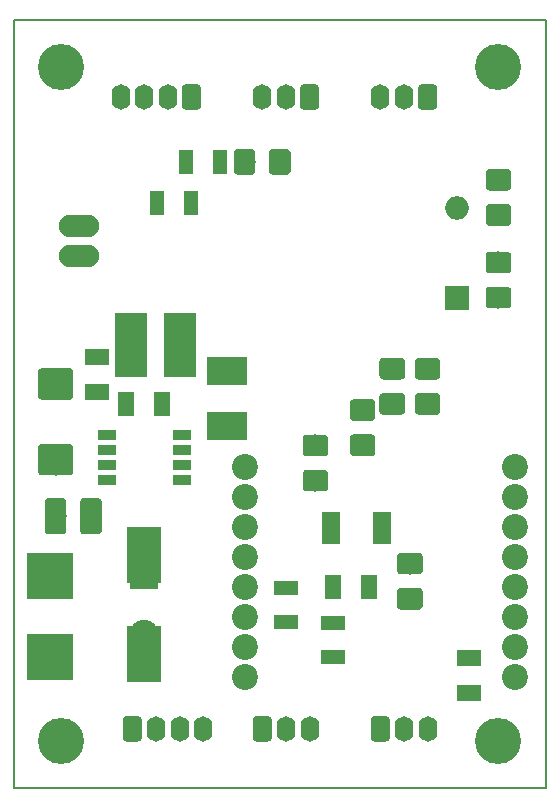
<source format=gbr>
%TF.GenerationSoftware,KiCad,Pcbnew,5.1.1*%
%TF.CreationDate,2019-04-24T12:59:08+01:00*%
%TF.ProjectId,ESP8266_home_battery_controller,45535038-3236-4365-9f68-6f6d655f6261,0.6*%
%TF.SameCoordinates,Original*%
%TF.FileFunction,Soldermask,Top*%
%TF.FilePolarity,Negative*%
%FSLAX46Y46*%
G04 Gerber Fmt 4.6, Leading zero omitted, Abs format (unit mm)*
G04 Created by KiCad (PCBNEW 5.1.1) date 2019-04-24 12:59:08*
%MOMM*%
%LPD*%
G04 APERTURE LIST*
%ADD10C,0.150000*%
%ADD11O,1.600000X2.150000*%
%ADD12C,0.100000*%
%ADD13C,1.600000*%
%ADD14R,2.000000X1.400000*%
%ADD15R,2.750000X5.500000*%
%ADD16C,2.200000*%
%ADD17C,3.900000*%
%ADD18R,1.500000X0.650000*%
%ADD19R,2.100000X1.300000*%
%ADD20R,3.900000X3.900000*%
%ADD21O,3.410000X1.910000*%
%ADD22R,1.543000X0.908000*%
%ADD23R,1.400000X2.000000*%
%ADD24R,3.400000X2.400000*%
%ADD25R,1.300000X2.100000*%
%ADD26C,1.825000*%
%ADD27C,2.650000*%
%ADD28R,2.900000X4.800000*%
%ADD29C,2.400000*%
%ADD30R,2.400000X2.400000*%
%ADD31R,2.000000X2.000000*%
%ADD32O,2.000000X2.000000*%
G04 APERTURE END LIST*
D10*
X150000000Y-55000000D02*
X195000000Y-55000000D01*
X150000000Y-120000000D02*
X150000000Y-55000000D01*
X195000000Y-120000000D02*
X150000000Y-120000000D01*
X195000000Y-55000000D02*
X195000000Y-120000000D01*
D11*
X171000000Y-61500000D03*
X173000000Y-61500000D03*
D12*
G36*
X175499340Y-60426605D02*
G01*
X175531698Y-60431405D01*
X175563429Y-60439353D01*
X175594229Y-60450373D01*
X175623800Y-60464359D01*
X175651857Y-60481177D01*
X175678132Y-60500663D01*
X175702369Y-60522631D01*
X175724337Y-60546868D01*
X175743823Y-60573143D01*
X175760641Y-60601200D01*
X175774627Y-60630771D01*
X175785647Y-60661571D01*
X175793595Y-60693302D01*
X175798395Y-60725660D01*
X175800000Y-60758332D01*
X175800000Y-62241668D01*
X175798395Y-62274340D01*
X175793595Y-62306698D01*
X175785647Y-62338429D01*
X175774627Y-62369229D01*
X175760641Y-62398800D01*
X175743823Y-62426857D01*
X175724337Y-62453132D01*
X175702369Y-62477369D01*
X175678132Y-62499337D01*
X175651857Y-62518823D01*
X175623800Y-62535641D01*
X175594229Y-62549627D01*
X175563429Y-62560647D01*
X175531698Y-62568595D01*
X175499340Y-62573395D01*
X175466668Y-62575000D01*
X174533332Y-62575000D01*
X174500660Y-62573395D01*
X174468302Y-62568595D01*
X174436571Y-62560647D01*
X174405771Y-62549627D01*
X174376200Y-62535641D01*
X174348143Y-62518823D01*
X174321868Y-62499337D01*
X174297631Y-62477369D01*
X174275663Y-62453132D01*
X174256177Y-62426857D01*
X174239359Y-62398800D01*
X174225373Y-62369229D01*
X174214353Y-62338429D01*
X174206405Y-62306698D01*
X174201605Y-62274340D01*
X174200000Y-62241668D01*
X174200000Y-60758332D01*
X174201605Y-60725660D01*
X174206405Y-60693302D01*
X174214353Y-60661571D01*
X174225373Y-60630771D01*
X174239359Y-60601200D01*
X174256177Y-60573143D01*
X174275663Y-60546868D01*
X174297631Y-60522631D01*
X174321868Y-60500663D01*
X174348143Y-60481177D01*
X174376200Y-60464359D01*
X174405771Y-60450373D01*
X174436571Y-60439353D01*
X174468302Y-60431405D01*
X174500660Y-60426605D01*
X174533332Y-60425000D01*
X175466668Y-60425000D01*
X175499340Y-60426605D01*
X175499340Y-60426605D01*
G37*
D13*
X175000000Y-61500000D03*
D14*
X157000000Y-86500000D03*
X157000000Y-83500000D03*
D15*
X159925000Y-82500000D03*
X164075000Y-82500000D03*
D16*
X169570000Y-92840000D03*
X169570000Y-95380000D03*
X169570000Y-97920000D03*
X169570000Y-100460000D03*
X169570000Y-103000000D03*
X169570000Y-105540000D03*
X169570000Y-108080000D03*
X169570000Y-110620000D03*
X192430000Y-110620000D03*
X192430000Y-108080000D03*
X192430000Y-105540000D03*
X192430000Y-103000000D03*
X192430000Y-100460000D03*
X192430000Y-97920000D03*
X192430000Y-95380000D03*
X192430000Y-92840000D03*
D17*
X191000000Y-116000000D03*
D18*
X181150000Y-97000000D03*
X181150000Y-97500000D03*
X181150000Y-98000000D03*
X181150000Y-98500000D03*
X181150000Y-99000000D03*
X176850000Y-99000000D03*
X176850000Y-98500000D03*
X176850000Y-98000000D03*
X176850000Y-97500000D03*
X176850000Y-97000000D03*
D19*
X177000000Y-106050000D03*
X177000000Y-108950000D03*
X173000000Y-105950000D03*
X173000000Y-103050000D03*
D20*
X153000000Y-108900000D03*
X153000000Y-102100000D03*
D21*
X155500000Y-75000000D03*
X155500000Y-72460000D03*
D22*
X164175000Y-90095000D03*
X164175000Y-91365000D03*
X164175000Y-92635000D03*
X164175000Y-93905000D03*
X157825000Y-93905000D03*
X157825000Y-92635000D03*
X157825000Y-91365000D03*
X157825000Y-90095000D03*
D23*
X159500000Y-87500000D03*
X162500000Y-87500000D03*
D24*
X168000000Y-84675000D03*
X168000000Y-89325000D03*
D25*
X167450000Y-67000000D03*
X164550000Y-67000000D03*
X164950000Y-70500000D03*
X162050000Y-70500000D03*
D14*
X188500000Y-112000000D03*
X188500000Y-109000000D03*
D23*
X177000000Y-103000000D03*
X180000000Y-103000000D03*
D17*
X154000000Y-59000000D03*
X191000000Y-59000000D03*
X154000000Y-116000000D03*
D12*
G36*
X184286207Y-100101542D02*
G01*
X184317287Y-100106152D01*
X184347766Y-100113787D01*
X184377350Y-100124372D01*
X184405754Y-100137806D01*
X184432704Y-100153959D01*
X184457942Y-100172677D01*
X184481223Y-100193777D01*
X184502323Y-100217058D01*
X184521041Y-100242296D01*
X184537194Y-100269246D01*
X184550628Y-100297650D01*
X184561213Y-100327234D01*
X184568848Y-100357713D01*
X184573458Y-100388793D01*
X184575000Y-100420176D01*
X184575000Y-101604824D01*
X184573458Y-101636207D01*
X184568848Y-101667287D01*
X184561213Y-101697766D01*
X184550628Y-101727350D01*
X184537194Y-101755754D01*
X184521041Y-101782704D01*
X184502323Y-101807942D01*
X184481223Y-101831223D01*
X184457942Y-101852323D01*
X184432704Y-101871041D01*
X184405754Y-101887194D01*
X184377350Y-101900628D01*
X184347766Y-101911213D01*
X184317287Y-101918848D01*
X184286207Y-101923458D01*
X184254824Y-101925000D01*
X182745176Y-101925000D01*
X182713793Y-101923458D01*
X182682713Y-101918848D01*
X182652234Y-101911213D01*
X182622650Y-101900628D01*
X182594246Y-101887194D01*
X182567296Y-101871041D01*
X182542058Y-101852323D01*
X182518777Y-101831223D01*
X182497677Y-101807942D01*
X182478959Y-101782704D01*
X182462806Y-101755754D01*
X182449372Y-101727350D01*
X182438787Y-101697766D01*
X182431152Y-101667287D01*
X182426542Y-101636207D01*
X182425000Y-101604824D01*
X182425000Y-100420176D01*
X182426542Y-100388793D01*
X182431152Y-100357713D01*
X182438787Y-100327234D01*
X182449372Y-100297650D01*
X182462806Y-100269246D01*
X182478959Y-100242296D01*
X182497677Y-100217058D01*
X182518777Y-100193777D01*
X182542058Y-100172677D01*
X182567296Y-100153959D01*
X182594246Y-100137806D01*
X182622650Y-100124372D01*
X182652234Y-100113787D01*
X182682713Y-100106152D01*
X182713793Y-100101542D01*
X182745176Y-100100000D01*
X184254824Y-100100000D01*
X184286207Y-100101542D01*
X184286207Y-100101542D01*
G37*
D26*
X183500000Y-101012500D03*
D12*
G36*
X184286207Y-103076542D02*
G01*
X184317287Y-103081152D01*
X184347766Y-103088787D01*
X184377350Y-103099372D01*
X184405754Y-103112806D01*
X184432704Y-103128959D01*
X184457942Y-103147677D01*
X184481223Y-103168777D01*
X184502323Y-103192058D01*
X184521041Y-103217296D01*
X184537194Y-103244246D01*
X184550628Y-103272650D01*
X184561213Y-103302234D01*
X184568848Y-103332713D01*
X184573458Y-103363793D01*
X184575000Y-103395176D01*
X184575000Y-104579824D01*
X184573458Y-104611207D01*
X184568848Y-104642287D01*
X184561213Y-104672766D01*
X184550628Y-104702350D01*
X184537194Y-104730754D01*
X184521041Y-104757704D01*
X184502323Y-104782942D01*
X184481223Y-104806223D01*
X184457942Y-104827323D01*
X184432704Y-104846041D01*
X184405754Y-104862194D01*
X184377350Y-104875628D01*
X184347766Y-104886213D01*
X184317287Y-104893848D01*
X184286207Y-104898458D01*
X184254824Y-104900000D01*
X182745176Y-104900000D01*
X182713793Y-104898458D01*
X182682713Y-104893848D01*
X182652234Y-104886213D01*
X182622650Y-104875628D01*
X182594246Y-104862194D01*
X182567296Y-104846041D01*
X182542058Y-104827323D01*
X182518777Y-104806223D01*
X182497677Y-104782942D01*
X182478959Y-104757704D01*
X182462806Y-104730754D01*
X182449372Y-104702350D01*
X182438787Y-104672766D01*
X182431152Y-104642287D01*
X182426542Y-104611207D01*
X182425000Y-104579824D01*
X182425000Y-103395176D01*
X182426542Y-103363793D01*
X182431152Y-103332713D01*
X182438787Y-103302234D01*
X182449372Y-103272650D01*
X182462806Y-103244246D01*
X182478959Y-103217296D01*
X182497677Y-103192058D01*
X182518777Y-103168777D01*
X182542058Y-103147677D01*
X182567296Y-103128959D01*
X182594246Y-103112806D01*
X182622650Y-103099372D01*
X182652234Y-103088787D01*
X182682713Y-103081152D01*
X182713793Y-103076542D01*
X182745176Y-103075000D01*
X184254824Y-103075000D01*
X184286207Y-103076542D01*
X184286207Y-103076542D01*
G37*
D26*
X183500000Y-103987500D03*
D12*
G36*
X182786207Y-86576542D02*
G01*
X182817287Y-86581152D01*
X182847766Y-86588787D01*
X182877350Y-86599372D01*
X182905754Y-86612806D01*
X182932704Y-86628959D01*
X182957942Y-86647677D01*
X182981223Y-86668777D01*
X183002323Y-86692058D01*
X183021041Y-86717296D01*
X183037194Y-86744246D01*
X183050628Y-86772650D01*
X183061213Y-86802234D01*
X183068848Y-86832713D01*
X183073458Y-86863793D01*
X183075000Y-86895176D01*
X183075000Y-88079824D01*
X183073458Y-88111207D01*
X183068848Y-88142287D01*
X183061213Y-88172766D01*
X183050628Y-88202350D01*
X183037194Y-88230754D01*
X183021041Y-88257704D01*
X183002323Y-88282942D01*
X182981223Y-88306223D01*
X182957942Y-88327323D01*
X182932704Y-88346041D01*
X182905754Y-88362194D01*
X182877350Y-88375628D01*
X182847766Y-88386213D01*
X182817287Y-88393848D01*
X182786207Y-88398458D01*
X182754824Y-88400000D01*
X181245176Y-88400000D01*
X181213793Y-88398458D01*
X181182713Y-88393848D01*
X181152234Y-88386213D01*
X181122650Y-88375628D01*
X181094246Y-88362194D01*
X181067296Y-88346041D01*
X181042058Y-88327323D01*
X181018777Y-88306223D01*
X180997677Y-88282942D01*
X180978959Y-88257704D01*
X180962806Y-88230754D01*
X180949372Y-88202350D01*
X180938787Y-88172766D01*
X180931152Y-88142287D01*
X180926542Y-88111207D01*
X180925000Y-88079824D01*
X180925000Y-86895176D01*
X180926542Y-86863793D01*
X180931152Y-86832713D01*
X180938787Y-86802234D01*
X180949372Y-86772650D01*
X180962806Y-86744246D01*
X180978959Y-86717296D01*
X180997677Y-86692058D01*
X181018777Y-86668777D01*
X181042058Y-86647677D01*
X181067296Y-86628959D01*
X181094246Y-86612806D01*
X181122650Y-86599372D01*
X181152234Y-86588787D01*
X181182713Y-86581152D01*
X181213793Y-86576542D01*
X181245176Y-86575000D01*
X182754824Y-86575000D01*
X182786207Y-86576542D01*
X182786207Y-86576542D01*
G37*
D26*
X182000000Y-87487500D03*
D12*
G36*
X182786207Y-83601542D02*
G01*
X182817287Y-83606152D01*
X182847766Y-83613787D01*
X182877350Y-83624372D01*
X182905754Y-83637806D01*
X182932704Y-83653959D01*
X182957942Y-83672677D01*
X182981223Y-83693777D01*
X183002323Y-83717058D01*
X183021041Y-83742296D01*
X183037194Y-83769246D01*
X183050628Y-83797650D01*
X183061213Y-83827234D01*
X183068848Y-83857713D01*
X183073458Y-83888793D01*
X183075000Y-83920176D01*
X183075000Y-85104824D01*
X183073458Y-85136207D01*
X183068848Y-85167287D01*
X183061213Y-85197766D01*
X183050628Y-85227350D01*
X183037194Y-85255754D01*
X183021041Y-85282704D01*
X183002323Y-85307942D01*
X182981223Y-85331223D01*
X182957942Y-85352323D01*
X182932704Y-85371041D01*
X182905754Y-85387194D01*
X182877350Y-85400628D01*
X182847766Y-85411213D01*
X182817287Y-85418848D01*
X182786207Y-85423458D01*
X182754824Y-85425000D01*
X181245176Y-85425000D01*
X181213793Y-85423458D01*
X181182713Y-85418848D01*
X181152234Y-85411213D01*
X181122650Y-85400628D01*
X181094246Y-85387194D01*
X181067296Y-85371041D01*
X181042058Y-85352323D01*
X181018777Y-85331223D01*
X180997677Y-85307942D01*
X180978959Y-85282704D01*
X180962806Y-85255754D01*
X180949372Y-85227350D01*
X180938787Y-85197766D01*
X180931152Y-85167287D01*
X180926542Y-85136207D01*
X180925000Y-85104824D01*
X180925000Y-83920176D01*
X180926542Y-83888793D01*
X180931152Y-83857713D01*
X180938787Y-83827234D01*
X180949372Y-83797650D01*
X180962806Y-83769246D01*
X180978959Y-83742296D01*
X180997677Y-83717058D01*
X181018777Y-83693777D01*
X181042058Y-83672677D01*
X181067296Y-83653959D01*
X181094246Y-83637806D01*
X181122650Y-83624372D01*
X181152234Y-83613787D01*
X181182713Y-83606152D01*
X181213793Y-83601542D01*
X181245176Y-83600000D01*
X182754824Y-83600000D01*
X182786207Y-83601542D01*
X182786207Y-83601542D01*
G37*
D26*
X182000000Y-84512500D03*
D12*
G36*
X185786207Y-83601542D02*
G01*
X185817287Y-83606152D01*
X185847766Y-83613787D01*
X185877350Y-83624372D01*
X185905754Y-83637806D01*
X185932704Y-83653959D01*
X185957942Y-83672677D01*
X185981223Y-83693777D01*
X186002323Y-83717058D01*
X186021041Y-83742296D01*
X186037194Y-83769246D01*
X186050628Y-83797650D01*
X186061213Y-83827234D01*
X186068848Y-83857713D01*
X186073458Y-83888793D01*
X186075000Y-83920176D01*
X186075000Y-85104824D01*
X186073458Y-85136207D01*
X186068848Y-85167287D01*
X186061213Y-85197766D01*
X186050628Y-85227350D01*
X186037194Y-85255754D01*
X186021041Y-85282704D01*
X186002323Y-85307942D01*
X185981223Y-85331223D01*
X185957942Y-85352323D01*
X185932704Y-85371041D01*
X185905754Y-85387194D01*
X185877350Y-85400628D01*
X185847766Y-85411213D01*
X185817287Y-85418848D01*
X185786207Y-85423458D01*
X185754824Y-85425000D01*
X184245176Y-85425000D01*
X184213793Y-85423458D01*
X184182713Y-85418848D01*
X184152234Y-85411213D01*
X184122650Y-85400628D01*
X184094246Y-85387194D01*
X184067296Y-85371041D01*
X184042058Y-85352323D01*
X184018777Y-85331223D01*
X183997677Y-85307942D01*
X183978959Y-85282704D01*
X183962806Y-85255754D01*
X183949372Y-85227350D01*
X183938787Y-85197766D01*
X183931152Y-85167287D01*
X183926542Y-85136207D01*
X183925000Y-85104824D01*
X183925000Y-83920176D01*
X183926542Y-83888793D01*
X183931152Y-83857713D01*
X183938787Y-83827234D01*
X183949372Y-83797650D01*
X183962806Y-83769246D01*
X183978959Y-83742296D01*
X183997677Y-83717058D01*
X184018777Y-83693777D01*
X184042058Y-83672677D01*
X184067296Y-83653959D01*
X184094246Y-83637806D01*
X184122650Y-83624372D01*
X184152234Y-83613787D01*
X184182713Y-83606152D01*
X184213793Y-83601542D01*
X184245176Y-83600000D01*
X185754824Y-83600000D01*
X185786207Y-83601542D01*
X185786207Y-83601542D01*
G37*
D26*
X185000000Y-84512500D03*
D12*
G36*
X185786207Y-86576542D02*
G01*
X185817287Y-86581152D01*
X185847766Y-86588787D01*
X185877350Y-86599372D01*
X185905754Y-86612806D01*
X185932704Y-86628959D01*
X185957942Y-86647677D01*
X185981223Y-86668777D01*
X186002323Y-86692058D01*
X186021041Y-86717296D01*
X186037194Y-86744246D01*
X186050628Y-86772650D01*
X186061213Y-86802234D01*
X186068848Y-86832713D01*
X186073458Y-86863793D01*
X186075000Y-86895176D01*
X186075000Y-88079824D01*
X186073458Y-88111207D01*
X186068848Y-88142287D01*
X186061213Y-88172766D01*
X186050628Y-88202350D01*
X186037194Y-88230754D01*
X186021041Y-88257704D01*
X186002323Y-88282942D01*
X185981223Y-88306223D01*
X185957942Y-88327323D01*
X185932704Y-88346041D01*
X185905754Y-88362194D01*
X185877350Y-88375628D01*
X185847766Y-88386213D01*
X185817287Y-88393848D01*
X185786207Y-88398458D01*
X185754824Y-88400000D01*
X184245176Y-88400000D01*
X184213793Y-88398458D01*
X184182713Y-88393848D01*
X184152234Y-88386213D01*
X184122650Y-88375628D01*
X184094246Y-88362194D01*
X184067296Y-88346041D01*
X184042058Y-88327323D01*
X184018777Y-88306223D01*
X183997677Y-88282942D01*
X183978959Y-88257704D01*
X183962806Y-88230754D01*
X183949372Y-88202350D01*
X183938787Y-88172766D01*
X183931152Y-88142287D01*
X183926542Y-88111207D01*
X183925000Y-88079824D01*
X183925000Y-86895176D01*
X183926542Y-86863793D01*
X183931152Y-86832713D01*
X183938787Y-86802234D01*
X183949372Y-86772650D01*
X183962806Y-86744246D01*
X183978959Y-86717296D01*
X183997677Y-86692058D01*
X184018777Y-86668777D01*
X184042058Y-86647677D01*
X184067296Y-86628959D01*
X184094246Y-86612806D01*
X184122650Y-86599372D01*
X184152234Y-86588787D01*
X184182713Y-86581152D01*
X184213793Y-86576542D01*
X184245176Y-86575000D01*
X185754824Y-86575000D01*
X185786207Y-86576542D01*
X185786207Y-86576542D01*
G37*
D26*
X185000000Y-87487500D03*
D12*
G36*
X191786207Y-67601542D02*
G01*
X191817287Y-67606152D01*
X191847766Y-67613787D01*
X191877350Y-67624372D01*
X191905754Y-67637806D01*
X191932704Y-67653959D01*
X191957942Y-67672677D01*
X191981223Y-67693777D01*
X192002323Y-67717058D01*
X192021041Y-67742296D01*
X192037194Y-67769246D01*
X192050628Y-67797650D01*
X192061213Y-67827234D01*
X192068848Y-67857713D01*
X192073458Y-67888793D01*
X192075000Y-67920176D01*
X192075000Y-69104824D01*
X192073458Y-69136207D01*
X192068848Y-69167287D01*
X192061213Y-69197766D01*
X192050628Y-69227350D01*
X192037194Y-69255754D01*
X192021041Y-69282704D01*
X192002323Y-69307942D01*
X191981223Y-69331223D01*
X191957942Y-69352323D01*
X191932704Y-69371041D01*
X191905754Y-69387194D01*
X191877350Y-69400628D01*
X191847766Y-69411213D01*
X191817287Y-69418848D01*
X191786207Y-69423458D01*
X191754824Y-69425000D01*
X190245176Y-69425000D01*
X190213793Y-69423458D01*
X190182713Y-69418848D01*
X190152234Y-69411213D01*
X190122650Y-69400628D01*
X190094246Y-69387194D01*
X190067296Y-69371041D01*
X190042058Y-69352323D01*
X190018777Y-69331223D01*
X189997677Y-69307942D01*
X189978959Y-69282704D01*
X189962806Y-69255754D01*
X189949372Y-69227350D01*
X189938787Y-69197766D01*
X189931152Y-69167287D01*
X189926542Y-69136207D01*
X189925000Y-69104824D01*
X189925000Y-67920176D01*
X189926542Y-67888793D01*
X189931152Y-67857713D01*
X189938787Y-67827234D01*
X189949372Y-67797650D01*
X189962806Y-67769246D01*
X189978959Y-67742296D01*
X189997677Y-67717058D01*
X190018777Y-67693777D01*
X190042058Y-67672677D01*
X190067296Y-67653959D01*
X190094246Y-67637806D01*
X190122650Y-67624372D01*
X190152234Y-67613787D01*
X190182713Y-67606152D01*
X190213793Y-67601542D01*
X190245176Y-67600000D01*
X191754824Y-67600000D01*
X191786207Y-67601542D01*
X191786207Y-67601542D01*
G37*
D26*
X191000000Y-68512500D03*
D12*
G36*
X191786207Y-70576542D02*
G01*
X191817287Y-70581152D01*
X191847766Y-70588787D01*
X191877350Y-70599372D01*
X191905754Y-70612806D01*
X191932704Y-70628959D01*
X191957942Y-70647677D01*
X191981223Y-70668777D01*
X192002323Y-70692058D01*
X192021041Y-70717296D01*
X192037194Y-70744246D01*
X192050628Y-70772650D01*
X192061213Y-70802234D01*
X192068848Y-70832713D01*
X192073458Y-70863793D01*
X192075000Y-70895176D01*
X192075000Y-72079824D01*
X192073458Y-72111207D01*
X192068848Y-72142287D01*
X192061213Y-72172766D01*
X192050628Y-72202350D01*
X192037194Y-72230754D01*
X192021041Y-72257704D01*
X192002323Y-72282942D01*
X191981223Y-72306223D01*
X191957942Y-72327323D01*
X191932704Y-72346041D01*
X191905754Y-72362194D01*
X191877350Y-72375628D01*
X191847766Y-72386213D01*
X191817287Y-72393848D01*
X191786207Y-72398458D01*
X191754824Y-72400000D01*
X190245176Y-72400000D01*
X190213793Y-72398458D01*
X190182713Y-72393848D01*
X190152234Y-72386213D01*
X190122650Y-72375628D01*
X190094246Y-72362194D01*
X190067296Y-72346041D01*
X190042058Y-72327323D01*
X190018777Y-72306223D01*
X189997677Y-72282942D01*
X189978959Y-72257704D01*
X189962806Y-72230754D01*
X189949372Y-72202350D01*
X189938787Y-72172766D01*
X189931152Y-72142287D01*
X189926542Y-72111207D01*
X189925000Y-72079824D01*
X189925000Y-70895176D01*
X189926542Y-70863793D01*
X189931152Y-70832713D01*
X189938787Y-70802234D01*
X189949372Y-70772650D01*
X189962806Y-70744246D01*
X189978959Y-70717296D01*
X189997677Y-70692058D01*
X190018777Y-70668777D01*
X190042058Y-70647677D01*
X190067296Y-70628959D01*
X190094246Y-70612806D01*
X190122650Y-70599372D01*
X190152234Y-70588787D01*
X190182713Y-70581152D01*
X190213793Y-70576542D01*
X190245176Y-70575000D01*
X191754824Y-70575000D01*
X191786207Y-70576542D01*
X191786207Y-70576542D01*
G37*
D26*
X191000000Y-71487500D03*
D12*
G36*
X191786207Y-77576542D02*
G01*
X191817287Y-77581152D01*
X191847766Y-77588787D01*
X191877350Y-77599372D01*
X191905754Y-77612806D01*
X191932704Y-77628959D01*
X191957942Y-77647677D01*
X191981223Y-77668777D01*
X192002323Y-77692058D01*
X192021041Y-77717296D01*
X192037194Y-77744246D01*
X192050628Y-77772650D01*
X192061213Y-77802234D01*
X192068848Y-77832713D01*
X192073458Y-77863793D01*
X192075000Y-77895176D01*
X192075000Y-79079824D01*
X192073458Y-79111207D01*
X192068848Y-79142287D01*
X192061213Y-79172766D01*
X192050628Y-79202350D01*
X192037194Y-79230754D01*
X192021041Y-79257704D01*
X192002323Y-79282942D01*
X191981223Y-79306223D01*
X191957942Y-79327323D01*
X191932704Y-79346041D01*
X191905754Y-79362194D01*
X191877350Y-79375628D01*
X191847766Y-79386213D01*
X191817287Y-79393848D01*
X191786207Y-79398458D01*
X191754824Y-79400000D01*
X190245176Y-79400000D01*
X190213793Y-79398458D01*
X190182713Y-79393848D01*
X190152234Y-79386213D01*
X190122650Y-79375628D01*
X190094246Y-79362194D01*
X190067296Y-79346041D01*
X190042058Y-79327323D01*
X190018777Y-79306223D01*
X189997677Y-79282942D01*
X189978959Y-79257704D01*
X189962806Y-79230754D01*
X189949372Y-79202350D01*
X189938787Y-79172766D01*
X189931152Y-79142287D01*
X189926542Y-79111207D01*
X189925000Y-79079824D01*
X189925000Y-77895176D01*
X189926542Y-77863793D01*
X189931152Y-77832713D01*
X189938787Y-77802234D01*
X189949372Y-77772650D01*
X189962806Y-77744246D01*
X189978959Y-77717296D01*
X189997677Y-77692058D01*
X190018777Y-77668777D01*
X190042058Y-77647677D01*
X190067296Y-77628959D01*
X190094246Y-77612806D01*
X190122650Y-77599372D01*
X190152234Y-77588787D01*
X190182713Y-77581152D01*
X190213793Y-77576542D01*
X190245176Y-77575000D01*
X191754824Y-77575000D01*
X191786207Y-77576542D01*
X191786207Y-77576542D01*
G37*
D26*
X191000000Y-78487500D03*
D12*
G36*
X191786207Y-74601542D02*
G01*
X191817287Y-74606152D01*
X191847766Y-74613787D01*
X191877350Y-74624372D01*
X191905754Y-74637806D01*
X191932704Y-74653959D01*
X191957942Y-74672677D01*
X191981223Y-74693777D01*
X192002323Y-74717058D01*
X192021041Y-74742296D01*
X192037194Y-74769246D01*
X192050628Y-74797650D01*
X192061213Y-74827234D01*
X192068848Y-74857713D01*
X192073458Y-74888793D01*
X192075000Y-74920176D01*
X192075000Y-76104824D01*
X192073458Y-76136207D01*
X192068848Y-76167287D01*
X192061213Y-76197766D01*
X192050628Y-76227350D01*
X192037194Y-76255754D01*
X192021041Y-76282704D01*
X192002323Y-76307942D01*
X191981223Y-76331223D01*
X191957942Y-76352323D01*
X191932704Y-76371041D01*
X191905754Y-76387194D01*
X191877350Y-76400628D01*
X191847766Y-76411213D01*
X191817287Y-76418848D01*
X191786207Y-76423458D01*
X191754824Y-76425000D01*
X190245176Y-76425000D01*
X190213793Y-76423458D01*
X190182713Y-76418848D01*
X190152234Y-76411213D01*
X190122650Y-76400628D01*
X190094246Y-76387194D01*
X190067296Y-76371041D01*
X190042058Y-76352323D01*
X190018777Y-76331223D01*
X189997677Y-76307942D01*
X189978959Y-76282704D01*
X189962806Y-76255754D01*
X189949372Y-76227350D01*
X189938787Y-76197766D01*
X189931152Y-76167287D01*
X189926542Y-76136207D01*
X189925000Y-76104824D01*
X189925000Y-74920176D01*
X189926542Y-74888793D01*
X189931152Y-74857713D01*
X189938787Y-74827234D01*
X189949372Y-74797650D01*
X189962806Y-74769246D01*
X189978959Y-74742296D01*
X189997677Y-74717058D01*
X190018777Y-74693777D01*
X190042058Y-74672677D01*
X190067296Y-74653959D01*
X190094246Y-74637806D01*
X190122650Y-74624372D01*
X190152234Y-74613787D01*
X190182713Y-74606152D01*
X190213793Y-74601542D01*
X190245176Y-74600000D01*
X191754824Y-74600000D01*
X191786207Y-74601542D01*
X191786207Y-74601542D01*
G37*
D26*
X191000000Y-75512500D03*
D12*
G36*
X154709417Y-84476418D02*
G01*
X154737999Y-84480658D01*
X154766029Y-84487679D01*
X154793235Y-84497413D01*
X154819356Y-84509768D01*
X154844140Y-84524623D01*
X154867349Y-84541836D01*
X154888759Y-84561241D01*
X154908164Y-84582651D01*
X154925377Y-84605860D01*
X154940232Y-84630644D01*
X154952587Y-84656765D01*
X154962321Y-84683971D01*
X154969342Y-84712001D01*
X154973582Y-84740583D01*
X154975000Y-84769444D01*
X154975000Y-86830556D01*
X154973582Y-86859417D01*
X154969342Y-86887999D01*
X154962321Y-86916029D01*
X154952587Y-86943235D01*
X154940232Y-86969356D01*
X154925377Y-86994140D01*
X154908164Y-87017349D01*
X154888759Y-87038759D01*
X154867349Y-87058164D01*
X154844140Y-87075377D01*
X154819356Y-87090232D01*
X154793235Y-87102587D01*
X154766029Y-87112321D01*
X154737999Y-87119342D01*
X154709417Y-87123582D01*
X154680556Y-87125000D01*
X152319444Y-87125000D01*
X152290583Y-87123582D01*
X152262001Y-87119342D01*
X152233971Y-87112321D01*
X152206765Y-87102587D01*
X152180644Y-87090232D01*
X152155860Y-87075377D01*
X152132651Y-87058164D01*
X152111241Y-87038759D01*
X152091836Y-87017349D01*
X152074623Y-86994140D01*
X152059768Y-86969356D01*
X152047413Y-86943235D01*
X152037679Y-86916029D01*
X152030658Y-86887999D01*
X152026418Y-86859417D01*
X152025000Y-86830556D01*
X152025000Y-84769444D01*
X152026418Y-84740583D01*
X152030658Y-84712001D01*
X152037679Y-84683971D01*
X152047413Y-84656765D01*
X152059768Y-84630644D01*
X152074623Y-84605860D01*
X152091836Y-84582651D01*
X152111241Y-84561241D01*
X152132651Y-84541836D01*
X152155860Y-84524623D01*
X152180644Y-84509768D01*
X152206765Y-84497413D01*
X152233971Y-84487679D01*
X152262001Y-84480658D01*
X152290583Y-84476418D01*
X152319444Y-84475000D01*
X154680556Y-84475000D01*
X154709417Y-84476418D01*
X154709417Y-84476418D01*
G37*
D27*
X153500000Y-85800000D03*
D12*
G36*
X154709417Y-90876418D02*
G01*
X154737999Y-90880658D01*
X154766029Y-90887679D01*
X154793235Y-90897413D01*
X154819356Y-90909768D01*
X154844140Y-90924623D01*
X154867349Y-90941836D01*
X154888759Y-90961241D01*
X154908164Y-90982651D01*
X154925377Y-91005860D01*
X154940232Y-91030644D01*
X154952587Y-91056765D01*
X154962321Y-91083971D01*
X154969342Y-91112001D01*
X154973582Y-91140583D01*
X154975000Y-91169444D01*
X154975000Y-93230556D01*
X154973582Y-93259417D01*
X154969342Y-93287999D01*
X154962321Y-93316029D01*
X154952587Y-93343235D01*
X154940232Y-93369356D01*
X154925377Y-93394140D01*
X154908164Y-93417349D01*
X154888759Y-93438759D01*
X154867349Y-93458164D01*
X154844140Y-93475377D01*
X154819356Y-93490232D01*
X154793235Y-93502587D01*
X154766029Y-93512321D01*
X154737999Y-93519342D01*
X154709417Y-93523582D01*
X154680556Y-93525000D01*
X152319444Y-93525000D01*
X152290583Y-93523582D01*
X152262001Y-93519342D01*
X152233971Y-93512321D01*
X152206765Y-93502587D01*
X152180644Y-93490232D01*
X152155860Y-93475377D01*
X152132651Y-93458164D01*
X152111241Y-93438759D01*
X152091836Y-93417349D01*
X152074623Y-93394140D01*
X152059768Y-93369356D01*
X152047413Y-93343235D01*
X152037679Y-93316029D01*
X152030658Y-93287999D01*
X152026418Y-93259417D01*
X152025000Y-93230556D01*
X152025000Y-91169444D01*
X152026418Y-91140583D01*
X152030658Y-91112001D01*
X152037679Y-91083971D01*
X152047413Y-91056765D01*
X152059768Y-91030644D01*
X152074623Y-91005860D01*
X152091836Y-90982651D01*
X152111241Y-90961241D01*
X152132651Y-90941836D01*
X152155860Y-90924623D01*
X152180644Y-90909768D01*
X152206765Y-90897413D01*
X152233971Y-90887679D01*
X152262001Y-90880658D01*
X152290583Y-90876418D01*
X152319444Y-90875000D01*
X154680556Y-90875000D01*
X154709417Y-90876418D01*
X154709417Y-90876418D01*
G37*
D27*
X153500000Y-92200000D03*
D12*
G36*
X154136207Y-95476542D02*
G01*
X154167287Y-95481152D01*
X154197766Y-95488787D01*
X154227350Y-95499372D01*
X154255754Y-95512806D01*
X154282704Y-95528959D01*
X154307942Y-95547677D01*
X154331223Y-95568777D01*
X154352323Y-95592058D01*
X154371041Y-95617296D01*
X154387194Y-95644246D01*
X154400628Y-95672650D01*
X154411213Y-95702234D01*
X154418848Y-95732713D01*
X154423458Y-95763793D01*
X154425000Y-95795176D01*
X154425000Y-98204824D01*
X154423458Y-98236207D01*
X154418848Y-98267287D01*
X154411213Y-98297766D01*
X154400628Y-98327350D01*
X154387194Y-98355754D01*
X154371041Y-98382704D01*
X154352323Y-98407942D01*
X154331223Y-98431223D01*
X154307942Y-98452323D01*
X154282704Y-98471041D01*
X154255754Y-98487194D01*
X154227350Y-98500628D01*
X154197766Y-98511213D01*
X154167287Y-98518848D01*
X154136207Y-98523458D01*
X154104824Y-98525000D01*
X152920176Y-98525000D01*
X152888793Y-98523458D01*
X152857713Y-98518848D01*
X152827234Y-98511213D01*
X152797650Y-98500628D01*
X152769246Y-98487194D01*
X152742296Y-98471041D01*
X152717058Y-98452323D01*
X152693777Y-98431223D01*
X152672677Y-98407942D01*
X152653959Y-98382704D01*
X152637806Y-98355754D01*
X152624372Y-98327350D01*
X152613787Y-98297766D01*
X152606152Y-98267287D01*
X152601542Y-98236207D01*
X152600000Y-98204824D01*
X152600000Y-95795176D01*
X152601542Y-95763793D01*
X152606152Y-95732713D01*
X152613787Y-95702234D01*
X152624372Y-95672650D01*
X152637806Y-95644246D01*
X152653959Y-95617296D01*
X152672677Y-95592058D01*
X152693777Y-95568777D01*
X152717058Y-95547677D01*
X152742296Y-95528959D01*
X152769246Y-95512806D01*
X152797650Y-95499372D01*
X152827234Y-95488787D01*
X152857713Y-95481152D01*
X152888793Y-95476542D01*
X152920176Y-95475000D01*
X154104824Y-95475000D01*
X154136207Y-95476542D01*
X154136207Y-95476542D01*
G37*
D26*
X153512500Y-97000000D03*
D12*
G36*
X157111207Y-95476542D02*
G01*
X157142287Y-95481152D01*
X157172766Y-95488787D01*
X157202350Y-95499372D01*
X157230754Y-95512806D01*
X157257704Y-95528959D01*
X157282942Y-95547677D01*
X157306223Y-95568777D01*
X157327323Y-95592058D01*
X157346041Y-95617296D01*
X157362194Y-95644246D01*
X157375628Y-95672650D01*
X157386213Y-95702234D01*
X157393848Y-95732713D01*
X157398458Y-95763793D01*
X157400000Y-95795176D01*
X157400000Y-98204824D01*
X157398458Y-98236207D01*
X157393848Y-98267287D01*
X157386213Y-98297766D01*
X157375628Y-98327350D01*
X157362194Y-98355754D01*
X157346041Y-98382704D01*
X157327323Y-98407942D01*
X157306223Y-98431223D01*
X157282942Y-98452323D01*
X157257704Y-98471041D01*
X157230754Y-98487194D01*
X157202350Y-98500628D01*
X157172766Y-98511213D01*
X157142287Y-98518848D01*
X157111207Y-98523458D01*
X157079824Y-98525000D01*
X155895176Y-98525000D01*
X155863793Y-98523458D01*
X155832713Y-98518848D01*
X155802234Y-98511213D01*
X155772650Y-98500628D01*
X155744246Y-98487194D01*
X155717296Y-98471041D01*
X155692058Y-98452323D01*
X155668777Y-98431223D01*
X155647677Y-98407942D01*
X155628959Y-98382704D01*
X155612806Y-98355754D01*
X155599372Y-98327350D01*
X155588787Y-98297766D01*
X155581152Y-98267287D01*
X155576542Y-98236207D01*
X155575000Y-98204824D01*
X155575000Y-95795176D01*
X155576542Y-95763793D01*
X155581152Y-95732713D01*
X155588787Y-95702234D01*
X155599372Y-95672650D01*
X155612806Y-95644246D01*
X155628959Y-95617296D01*
X155647677Y-95592058D01*
X155668777Y-95568777D01*
X155692058Y-95547677D01*
X155717296Y-95528959D01*
X155744246Y-95512806D01*
X155772650Y-95499372D01*
X155802234Y-95488787D01*
X155832713Y-95481152D01*
X155863793Y-95476542D01*
X155895176Y-95475000D01*
X157079824Y-95475000D01*
X157111207Y-95476542D01*
X157111207Y-95476542D01*
G37*
D26*
X156487500Y-97000000D03*
D28*
X161000000Y-100300000D03*
X161000000Y-108700000D03*
D12*
G36*
X170136207Y-65926542D02*
G01*
X170167287Y-65931152D01*
X170197766Y-65938787D01*
X170227350Y-65949372D01*
X170255754Y-65962806D01*
X170282704Y-65978959D01*
X170307942Y-65997677D01*
X170331223Y-66018777D01*
X170352323Y-66042058D01*
X170371041Y-66067296D01*
X170387194Y-66094246D01*
X170400628Y-66122650D01*
X170411213Y-66152234D01*
X170418848Y-66182713D01*
X170423458Y-66213793D01*
X170425000Y-66245176D01*
X170425000Y-67754824D01*
X170423458Y-67786207D01*
X170418848Y-67817287D01*
X170411213Y-67847766D01*
X170400628Y-67877350D01*
X170387194Y-67905754D01*
X170371041Y-67932704D01*
X170352323Y-67957942D01*
X170331223Y-67981223D01*
X170307942Y-68002323D01*
X170282704Y-68021041D01*
X170255754Y-68037194D01*
X170227350Y-68050628D01*
X170197766Y-68061213D01*
X170167287Y-68068848D01*
X170136207Y-68073458D01*
X170104824Y-68075000D01*
X168920176Y-68075000D01*
X168888793Y-68073458D01*
X168857713Y-68068848D01*
X168827234Y-68061213D01*
X168797650Y-68050628D01*
X168769246Y-68037194D01*
X168742296Y-68021041D01*
X168717058Y-68002323D01*
X168693777Y-67981223D01*
X168672677Y-67957942D01*
X168653959Y-67932704D01*
X168637806Y-67905754D01*
X168624372Y-67877350D01*
X168613787Y-67847766D01*
X168606152Y-67817287D01*
X168601542Y-67786207D01*
X168600000Y-67754824D01*
X168600000Y-66245176D01*
X168601542Y-66213793D01*
X168606152Y-66182713D01*
X168613787Y-66152234D01*
X168624372Y-66122650D01*
X168637806Y-66094246D01*
X168653959Y-66067296D01*
X168672677Y-66042058D01*
X168693777Y-66018777D01*
X168717058Y-65997677D01*
X168742296Y-65978959D01*
X168769246Y-65962806D01*
X168797650Y-65949372D01*
X168827234Y-65938787D01*
X168857713Y-65931152D01*
X168888793Y-65926542D01*
X168920176Y-65925000D01*
X170104824Y-65925000D01*
X170136207Y-65926542D01*
X170136207Y-65926542D01*
G37*
D26*
X169512500Y-67000000D03*
D12*
G36*
X173111207Y-65926542D02*
G01*
X173142287Y-65931152D01*
X173172766Y-65938787D01*
X173202350Y-65949372D01*
X173230754Y-65962806D01*
X173257704Y-65978959D01*
X173282942Y-65997677D01*
X173306223Y-66018777D01*
X173327323Y-66042058D01*
X173346041Y-66067296D01*
X173362194Y-66094246D01*
X173375628Y-66122650D01*
X173386213Y-66152234D01*
X173393848Y-66182713D01*
X173398458Y-66213793D01*
X173400000Y-66245176D01*
X173400000Y-67754824D01*
X173398458Y-67786207D01*
X173393848Y-67817287D01*
X173386213Y-67847766D01*
X173375628Y-67877350D01*
X173362194Y-67905754D01*
X173346041Y-67932704D01*
X173327323Y-67957942D01*
X173306223Y-67981223D01*
X173282942Y-68002323D01*
X173257704Y-68021041D01*
X173230754Y-68037194D01*
X173202350Y-68050628D01*
X173172766Y-68061213D01*
X173142287Y-68068848D01*
X173111207Y-68073458D01*
X173079824Y-68075000D01*
X171895176Y-68075000D01*
X171863793Y-68073458D01*
X171832713Y-68068848D01*
X171802234Y-68061213D01*
X171772650Y-68050628D01*
X171744246Y-68037194D01*
X171717296Y-68021041D01*
X171692058Y-68002323D01*
X171668777Y-67981223D01*
X171647677Y-67957942D01*
X171628959Y-67932704D01*
X171612806Y-67905754D01*
X171599372Y-67877350D01*
X171588787Y-67847766D01*
X171581152Y-67817287D01*
X171576542Y-67786207D01*
X171575000Y-67754824D01*
X171575000Y-66245176D01*
X171576542Y-66213793D01*
X171581152Y-66182713D01*
X171588787Y-66152234D01*
X171599372Y-66122650D01*
X171612806Y-66094246D01*
X171628959Y-66067296D01*
X171647677Y-66042058D01*
X171668777Y-66018777D01*
X171692058Y-65997677D01*
X171717296Y-65978959D01*
X171744246Y-65962806D01*
X171772650Y-65949372D01*
X171802234Y-65938787D01*
X171832713Y-65931152D01*
X171863793Y-65926542D01*
X171895176Y-65925000D01*
X173079824Y-65925000D01*
X173111207Y-65926542D01*
X173111207Y-65926542D01*
G37*
D26*
X172487500Y-67000000D03*
D12*
G36*
X165499340Y-60426605D02*
G01*
X165531698Y-60431405D01*
X165563429Y-60439353D01*
X165594229Y-60450373D01*
X165623800Y-60464359D01*
X165651857Y-60481177D01*
X165678132Y-60500663D01*
X165702369Y-60522631D01*
X165724337Y-60546868D01*
X165743823Y-60573143D01*
X165760641Y-60601200D01*
X165774627Y-60630771D01*
X165785647Y-60661571D01*
X165793595Y-60693302D01*
X165798395Y-60725660D01*
X165800000Y-60758332D01*
X165800000Y-62241668D01*
X165798395Y-62274340D01*
X165793595Y-62306698D01*
X165785647Y-62338429D01*
X165774627Y-62369229D01*
X165760641Y-62398800D01*
X165743823Y-62426857D01*
X165724337Y-62453132D01*
X165702369Y-62477369D01*
X165678132Y-62499337D01*
X165651857Y-62518823D01*
X165623800Y-62535641D01*
X165594229Y-62549627D01*
X165563429Y-62560647D01*
X165531698Y-62568595D01*
X165499340Y-62573395D01*
X165466668Y-62575000D01*
X164533332Y-62575000D01*
X164500660Y-62573395D01*
X164468302Y-62568595D01*
X164436571Y-62560647D01*
X164405771Y-62549627D01*
X164376200Y-62535641D01*
X164348143Y-62518823D01*
X164321868Y-62499337D01*
X164297631Y-62477369D01*
X164275663Y-62453132D01*
X164256177Y-62426857D01*
X164239359Y-62398800D01*
X164225373Y-62369229D01*
X164214353Y-62338429D01*
X164206405Y-62306698D01*
X164201605Y-62274340D01*
X164200000Y-62241668D01*
X164200000Y-60758332D01*
X164201605Y-60725660D01*
X164206405Y-60693302D01*
X164214353Y-60661571D01*
X164225373Y-60630771D01*
X164239359Y-60601200D01*
X164256177Y-60573143D01*
X164275663Y-60546868D01*
X164297631Y-60522631D01*
X164321868Y-60500663D01*
X164348143Y-60481177D01*
X164376200Y-60464359D01*
X164405771Y-60450373D01*
X164436571Y-60439353D01*
X164468302Y-60431405D01*
X164500660Y-60426605D01*
X164533332Y-60425000D01*
X165466668Y-60425000D01*
X165499340Y-60426605D01*
X165499340Y-60426605D01*
G37*
D13*
X165000000Y-61500000D03*
D11*
X163000000Y-61500000D03*
X161000000Y-61500000D03*
X159000000Y-61500000D03*
D12*
G36*
X180286207Y-87101542D02*
G01*
X180317287Y-87106152D01*
X180347766Y-87113787D01*
X180377350Y-87124372D01*
X180405754Y-87137806D01*
X180432704Y-87153959D01*
X180457942Y-87172677D01*
X180481223Y-87193777D01*
X180502323Y-87217058D01*
X180521041Y-87242296D01*
X180537194Y-87269246D01*
X180550628Y-87297650D01*
X180561213Y-87327234D01*
X180568848Y-87357713D01*
X180573458Y-87388793D01*
X180575000Y-87420176D01*
X180575000Y-88604824D01*
X180573458Y-88636207D01*
X180568848Y-88667287D01*
X180561213Y-88697766D01*
X180550628Y-88727350D01*
X180537194Y-88755754D01*
X180521041Y-88782704D01*
X180502323Y-88807942D01*
X180481223Y-88831223D01*
X180457942Y-88852323D01*
X180432704Y-88871041D01*
X180405754Y-88887194D01*
X180377350Y-88900628D01*
X180347766Y-88911213D01*
X180317287Y-88918848D01*
X180286207Y-88923458D01*
X180254824Y-88925000D01*
X178745176Y-88925000D01*
X178713793Y-88923458D01*
X178682713Y-88918848D01*
X178652234Y-88911213D01*
X178622650Y-88900628D01*
X178594246Y-88887194D01*
X178567296Y-88871041D01*
X178542058Y-88852323D01*
X178518777Y-88831223D01*
X178497677Y-88807942D01*
X178478959Y-88782704D01*
X178462806Y-88755754D01*
X178449372Y-88727350D01*
X178438787Y-88697766D01*
X178431152Y-88667287D01*
X178426542Y-88636207D01*
X178425000Y-88604824D01*
X178425000Y-87420176D01*
X178426542Y-87388793D01*
X178431152Y-87357713D01*
X178438787Y-87327234D01*
X178449372Y-87297650D01*
X178462806Y-87269246D01*
X178478959Y-87242296D01*
X178497677Y-87217058D01*
X178518777Y-87193777D01*
X178542058Y-87172677D01*
X178567296Y-87153959D01*
X178594246Y-87137806D01*
X178622650Y-87124372D01*
X178652234Y-87113787D01*
X178682713Y-87106152D01*
X178713793Y-87101542D01*
X178745176Y-87100000D01*
X180254824Y-87100000D01*
X180286207Y-87101542D01*
X180286207Y-87101542D01*
G37*
D26*
X179500000Y-88012500D03*
D12*
G36*
X180286207Y-90076542D02*
G01*
X180317287Y-90081152D01*
X180347766Y-90088787D01*
X180377350Y-90099372D01*
X180405754Y-90112806D01*
X180432704Y-90128959D01*
X180457942Y-90147677D01*
X180481223Y-90168777D01*
X180502323Y-90192058D01*
X180521041Y-90217296D01*
X180537194Y-90244246D01*
X180550628Y-90272650D01*
X180561213Y-90302234D01*
X180568848Y-90332713D01*
X180573458Y-90363793D01*
X180575000Y-90395176D01*
X180575000Y-91579824D01*
X180573458Y-91611207D01*
X180568848Y-91642287D01*
X180561213Y-91672766D01*
X180550628Y-91702350D01*
X180537194Y-91730754D01*
X180521041Y-91757704D01*
X180502323Y-91782942D01*
X180481223Y-91806223D01*
X180457942Y-91827323D01*
X180432704Y-91846041D01*
X180405754Y-91862194D01*
X180377350Y-91875628D01*
X180347766Y-91886213D01*
X180317287Y-91893848D01*
X180286207Y-91898458D01*
X180254824Y-91900000D01*
X178745176Y-91900000D01*
X178713793Y-91898458D01*
X178682713Y-91893848D01*
X178652234Y-91886213D01*
X178622650Y-91875628D01*
X178594246Y-91862194D01*
X178567296Y-91846041D01*
X178542058Y-91827323D01*
X178518777Y-91806223D01*
X178497677Y-91782942D01*
X178478959Y-91757704D01*
X178462806Y-91730754D01*
X178449372Y-91702350D01*
X178438787Y-91672766D01*
X178431152Y-91642287D01*
X178426542Y-91611207D01*
X178425000Y-91579824D01*
X178425000Y-90395176D01*
X178426542Y-90363793D01*
X178431152Y-90332713D01*
X178438787Y-90302234D01*
X178449372Y-90272650D01*
X178462806Y-90244246D01*
X178478959Y-90217296D01*
X178497677Y-90192058D01*
X178518777Y-90168777D01*
X178542058Y-90147677D01*
X178567296Y-90128959D01*
X178594246Y-90112806D01*
X178622650Y-90099372D01*
X178652234Y-90088787D01*
X178682713Y-90081152D01*
X178713793Y-90076542D01*
X178745176Y-90075000D01*
X180254824Y-90075000D01*
X180286207Y-90076542D01*
X180286207Y-90076542D01*
G37*
D26*
X179500000Y-90987500D03*
D12*
G36*
X176286207Y-93076542D02*
G01*
X176317287Y-93081152D01*
X176347766Y-93088787D01*
X176377350Y-93099372D01*
X176405754Y-93112806D01*
X176432704Y-93128959D01*
X176457942Y-93147677D01*
X176481223Y-93168777D01*
X176502323Y-93192058D01*
X176521041Y-93217296D01*
X176537194Y-93244246D01*
X176550628Y-93272650D01*
X176561213Y-93302234D01*
X176568848Y-93332713D01*
X176573458Y-93363793D01*
X176575000Y-93395176D01*
X176575000Y-94579824D01*
X176573458Y-94611207D01*
X176568848Y-94642287D01*
X176561213Y-94672766D01*
X176550628Y-94702350D01*
X176537194Y-94730754D01*
X176521041Y-94757704D01*
X176502323Y-94782942D01*
X176481223Y-94806223D01*
X176457942Y-94827323D01*
X176432704Y-94846041D01*
X176405754Y-94862194D01*
X176377350Y-94875628D01*
X176347766Y-94886213D01*
X176317287Y-94893848D01*
X176286207Y-94898458D01*
X176254824Y-94900000D01*
X174745176Y-94900000D01*
X174713793Y-94898458D01*
X174682713Y-94893848D01*
X174652234Y-94886213D01*
X174622650Y-94875628D01*
X174594246Y-94862194D01*
X174567296Y-94846041D01*
X174542058Y-94827323D01*
X174518777Y-94806223D01*
X174497677Y-94782942D01*
X174478959Y-94757704D01*
X174462806Y-94730754D01*
X174449372Y-94702350D01*
X174438787Y-94672766D01*
X174431152Y-94642287D01*
X174426542Y-94611207D01*
X174425000Y-94579824D01*
X174425000Y-93395176D01*
X174426542Y-93363793D01*
X174431152Y-93332713D01*
X174438787Y-93302234D01*
X174449372Y-93272650D01*
X174462806Y-93244246D01*
X174478959Y-93217296D01*
X174497677Y-93192058D01*
X174518777Y-93168777D01*
X174542058Y-93147677D01*
X174567296Y-93128959D01*
X174594246Y-93112806D01*
X174622650Y-93099372D01*
X174652234Y-93088787D01*
X174682713Y-93081152D01*
X174713793Y-93076542D01*
X174745176Y-93075000D01*
X176254824Y-93075000D01*
X176286207Y-93076542D01*
X176286207Y-93076542D01*
G37*
D26*
X175500000Y-93987500D03*
D12*
G36*
X176286207Y-90101542D02*
G01*
X176317287Y-90106152D01*
X176347766Y-90113787D01*
X176377350Y-90124372D01*
X176405754Y-90137806D01*
X176432704Y-90153959D01*
X176457942Y-90172677D01*
X176481223Y-90193777D01*
X176502323Y-90217058D01*
X176521041Y-90242296D01*
X176537194Y-90269246D01*
X176550628Y-90297650D01*
X176561213Y-90327234D01*
X176568848Y-90357713D01*
X176573458Y-90388793D01*
X176575000Y-90420176D01*
X176575000Y-91604824D01*
X176573458Y-91636207D01*
X176568848Y-91667287D01*
X176561213Y-91697766D01*
X176550628Y-91727350D01*
X176537194Y-91755754D01*
X176521041Y-91782704D01*
X176502323Y-91807942D01*
X176481223Y-91831223D01*
X176457942Y-91852323D01*
X176432704Y-91871041D01*
X176405754Y-91887194D01*
X176377350Y-91900628D01*
X176347766Y-91911213D01*
X176317287Y-91918848D01*
X176286207Y-91923458D01*
X176254824Y-91925000D01*
X174745176Y-91925000D01*
X174713793Y-91923458D01*
X174682713Y-91918848D01*
X174652234Y-91911213D01*
X174622650Y-91900628D01*
X174594246Y-91887194D01*
X174567296Y-91871041D01*
X174542058Y-91852323D01*
X174518777Y-91831223D01*
X174497677Y-91807942D01*
X174478959Y-91782704D01*
X174462806Y-91755754D01*
X174449372Y-91727350D01*
X174438787Y-91697766D01*
X174431152Y-91667287D01*
X174426542Y-91636207D01*
X174425000Y-91604824D01*
X174425000Y-90420176D01*
X174426542Y-90388793D01*
X174431152Y-90357713D01*
X174438787Y-90327234D01*
X174449372Y-90297650D01*
X174462806Y-90269246D01*
X174478959Y-90242296D01*
X174497677Y-90217058D01*
X174518777Y-90193777D01*
X174542058Y-90172677D01*
X174567296Y-90153959D01*
X174594246Y-90137806D01*
X174622650Y-90124372D01*
X174652234Y-90113787D01*
X174682713Y-90106152D01*
X174713793Y-90101542D01*
X174745176Y-90100000D01*
X176254824Y-90100000D01*
X176286207Y-90101542D01*
X176286207Y-90101542D01*
G37*
D26*
X175500000Y-91012500D03*
D11*
X175000000Y-115000000D03*
X173000000Y-115000000D03*
D12*
G36*
X171499340Y-113926605D02*
G01*
X171531698Y-113931405D01*
X171563429Y-113939353D01*
X171594229Y-113950373D01*
X171623800Y-113964359D01*
X171651857Y-113981177D01*
X171678132Y-114000663D01*
X171702369Y-114022631D01*
X171724337Y-114046868D01*
X171743823Y-114073143D01*
X171760641Y-114101200D01*
X171774627Y-114130771D01*
X171785647Y-114161571D01*
X171793595Y-114193302D01*
X171798395Y-114225660D01*
X171800000Y-114258332D01*
X171800000Y-115741668D01*
X171798395Y-115774340D01*
X171793595Y-115806698D01*
X171785647Y-115838429D01*
X171774627Y-115869229D01*
X171760641Y-115898800D01*
X171743823Y-115926857D01*
X171724337Y-115953132D01*
X171702369Y-115977369D01*
X171678132Y-115999337D01*
X171651857Y-116018823D01*
X171623800Y-116035641D01*
X171594229Y-116049627D01*
X171563429Y-116060647D01*
X171531698Y-116068595D01*
X171499340Y-116073395D01*
X171466668Y-116075000D01*
X170533332Y-116075000D01*
X170500660Y-116073395D01*
X170468302Y-116068595D01*
X170436571Y-116060647D01*
X170405771Y-116049627D01*
X170376200Y-116035641D01*
X170348143Y-116018823D01*
X170321868Y-115999337D01*
X170297631Y-115977369D01*
X170275663Y-115953132D01*
X170256177Y-115926857D01*
X170239359Y-115898800D01*
X170225373Y-115869229D01*
X170214353Y-115838429D01*
X170206405Y-115806698D01*
X170201605Y-115774340D01*
X170200000Y-115741668D01*
X170200000Y-114258332D01*
X170201605Y-114225660D01*
X170206405Y-114193302D01*
X170214353Y-114161571D01*
X170225373Y-114130771D01*
X170239359Y-114101200D01*
X170256177Y-114073143D01*
X170275663Y-114046868D01*
X170297631Y-114022631D01*
X170321868Y-114000663D01*
X170348143Y-113981177D01*
X170376200Y-113964359D01*
X170405771Y-113950373D01*
X170436571Y-113939353D01*
X170468302Y-113931405D01*
X170500660Y-113926605D01*
X170533332Y-113925000D01*
X171466668Y-113925000D01*
X171499340Y-113926605D01*
X171499340Y-113926605D01*
G37*
D13*
X171000000Y-115000000D03*
D12*
G36*
X185499340Y-60426605D02*
G01*
X185531698Y-60431405D01*
X185563429Y-60439353D01*
X185594229Y-60450373D01*
X185623800Y-60464359D01*
X185651857Y-60481177D01*
X185678132Y-60500663D01*
X185702369Y-60522631D01*
X185724337Y-60546868D01*
X185743823Y-60573143D01*
X185760641Y-60601200D01*
X185774627Y-60630771D01*
X185785647Y-60661571D01*
X185793595Y-60693302D01*
X185798395Y-60725660D01*
X185800000Y-60758332D01*
X185800000Y-62241668D01*
X185798395Y-62274340D01*
X185793595Y-62306698D01*
X185785647Y-62338429D01*
X185774627Y-62369229D01*
X185760641Y-62398800D01*
X185743823Y-62426857D01*
X185724337Y-62453132D01*
X185702369Y-62477369D01*
X185678132Y-62499337D01*
X185651857Y-62518823D01*
X185623800Y-62535641D01*
X185594229Y-62549627D01*
X185563429Y-62560647D01*
X185531698Y-62568595D01*
X185499340Y-62573395D01*
X185466668Y-62575000D01*
X184533332Y-62575000D01*
X184500660Y-62573395D01*
X184468302Y-62568595D01*
X184436571Y-62560647D01*
X184405771Y-62549627D01*
X184376200Y-62535641D01*
X184348143Y-62518823D01*
X184321868Y-62499337D01*
X184297631Y-62477369D01*
X184275663Y-62453132D01*
X184256177Y-62426857D01*
X184239359Y-62398800D01*
X184225373Y-62369229D01*
X184214353Y-62338429D01*
X184206405Y-62306698D01*
X184201605Y-62274340D01*
X184200000Y-62241668D01*
X184200000Y-60758332D01*
X184201605Y-60725660D01*
X184206405Y-60693302D01*
X184214353Y-60661571D01*
X184225373Y-60630771D01*
X184239359Y-60601200D01*
X184256177Y-60573143D01*
X184275663Y-60546868D01*
X184297631Y-60522631D01*
X184321868Y-60500663D01*
X184348143Y-60481177D01*
X184376200Y-60464359D01*
X184405771Y-60450373D01*
X184436571Y-60439353D01*
X184468302Y-60431405D01*
X184500660Y-60426605D01*
X184533332Y-60425000D01*
X185466668Y-60425000D01*
X185499340Y-60426605D01*
X185499340Y-60426605D01*
G37*
D13*
X185000000Y-61500000D03*
D11*
X183000000Y-61500000D03*
X181000000Y-61500000D03*
D12*
G36*
X181499340Y-113926605D02*
G01*
X181531698Y-113931405D01*
X181563429Y-113939353D01*
X181594229Y-113950373D01*
X181623800Y-113964359D01*
X181651857Y-113981177D01*
X181678132Y-114000663D01*
X181702369Y-114022631D01*
X181724337Y-114046868D01*
X181743823Y-114073143D01*
X181760641Y-114101200D01*
X181774627Y-114130771D01*
X181785647Y-114161571D01*
X181793595Y-114193302D01*
X181798395Y-114225660D01*
X181800000Y-114258332D01*
X181800000Y-115741668D01*
X181798395Y-115774340D01*
X181793595Y-115806698D01*
X181785647Y-115838429D01*
X181774627Y-115869229D01*
X181760641Y-115898800D01*
X181743823Y-115926857D01*
X181724337Y-115953132D01*
X181702369Y-115977369D01*
X181678132Y-115999337D01*
X181651857Y-116018823D01*
X181623800Y-116035641D01*
X181594229Y-116049627D01*
X181563429Y-116060647D01*
X181531698Y-116068595D01*
X181499340Y-116073395D01*
X181466668Y-116075000D01*
X180533332Y-116075000D01*
X180500660Y-116073395D01*
X180468302Y-116068595D01*
X180436571Y-116060647D01*
X180405771Y-116049627D01*
X180376200Y-116035641D01*
X180348143Y-116018823D01*
X180321868Y-115999337D01*
X180297631Y-115977369D01*
X180275663Y-115953132D01*
X180256177Y-115926857D01*
X180239359Y-115898800D01*
X180225373Y-115869229D01*
X180214353Y-115838429D01*
X180206405Y-115806698D01*
X180201605Y-115774340D01*
X180200000Y-115741668D01*
X180200000Y-114258332D01*
X180201605Y-114225660D01*
X180206405Y-114193302D01*
X180214353Y-114161571D01*
X180225373Y-114130771D01*
X180239359Y-114101200D01*
X180256177Y-114073143D01*
X180275663Y-114046868D01*
X180297631Y-114022631D01*
X180321868Y-114000663D01*
X180348143Y-113981177D01*
X180376200Y-113964359D01*
X180405771Y-113950373D01*
X180436571Y-113939353D01*
X180468302Y-113931405D01*
X180500660Y-113926605D01*
X180533332Y-113925000D01*
X181466668Y-113925000D01*
X181499340Y-113926605D01*
X181499340Y-113926605D01*
G37*
D13*
X181000000Y-115000000D03*
D11*
X183000000Y-115000000D03*
X185000000Y-115000000D03*
D12*
G36*
X160499340Y-113926605D02*
G01*
X160531698Y-113931405D01*
X160563429Y-113939353D01*
X160594229Y-113950373D01*
X160623800Y-113964359D01*
X160651857Y-113981177D01*
X160678132Y-114000663D01*
X160702369Y-114022631D01*
X160724337Y-114046868D01*
X160743823Y-114073143D01*
X160760641Y-114101200D01*
X160774627Y-114130771D01*
X160785647Y-114161571D01*
X160793595Y-114193302D01*
X160798395Y-114225660D01*
X160800000Y-114258332D01*
X160800000Y-115741668D01*
X160798395Y-115774340D01*
X160793595Y-115806698D01*
X160785647Y-115838429D01*
X160774627Y-115869229D01*
X160760641Y-115898800D01*
X160743823Y-115926857D01*
X160724337Y-115953132D01*
X160702369Y-115977369D01*
X160678132Y-115999337D01*
X160651857Y-116018823D01*
X160623800Y-116035641D01*
X160594229Y-116049627D01*
X160563429Y-116060647D01*
X160531698Y-116068595D01*
X160499340Y-116073395D01*
X160466668Y-116075000D01*
X159533332Y-116075000D01*
X159500660Y-116073395D01*
X159468302Y-116068595D01*
X159436571Y-116060647D01*
X159405771Y-116049627D01*
X159376200Y-116035641D01*
X159348143Y-116018823D01*
X159321868Y-115999337D01*
X159297631Y-115977369D01*
X159275663Y-115953132D01*
X159256177Y-115926857D01*
X159239359Y-115898800D01*
X159225373Y-115869229D01*
X159214353Y-115838429D01*
X159206405Y-115806698D01*
X159201605Y-115774340D01*
X159200000Y-115741668D01*
X159200000Y-114258332D01*
X159201605Y-114225660D01*
X159206405Y-114193302D01*
X159214353Y-114161571D01*
X159225373Y-114130771D01*
X159239359Y-114101200D01*
X159256177Y-114073143D01*
X159275663Y-114046868D01*
X159297631Y-114022631D01*
X159321868Y-114000663D01*
X159348143Y-113981177D01*
X159376200Y-113964359D01*
X159405771Y-113950373D01*
X159436571Y-113939353D01*
X159468302Y-113931405D01*
X159500660Y-113926605D01*
X159533332Y-113925000D01*
X160466668Y-113925000D01*
X160499340Y-113926605D01*
X160499340Y-113926605D01*
G37*
D13*
X160000000Y-115000000D03*
D11*
X162000000Y-115000000D03*
X164000000Y-115000000D03*
X166000000Y-115000000D03*
D29*
X161000000Y-107000000D03*
D30*
X161000000Y-102000000D03*
D31*
X187500000Y-78500000D03*
D32*
X187500000Y-70880000D03*
M02*

</source>
